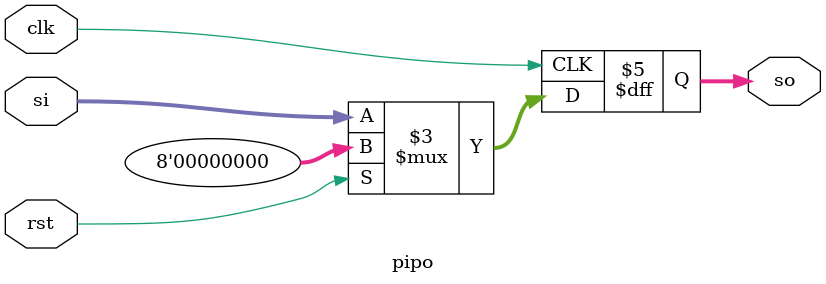
<source format=v>
`timescale 1ns / 1ps
module pipo(
input [7:0]si,
input clk,rst,
output reg[7:0]so
);
always@(posedge clk)
begin
if(rst) begin
so=8'b0;
end
else begin
so=si;
end
end
endmodule


</source>
